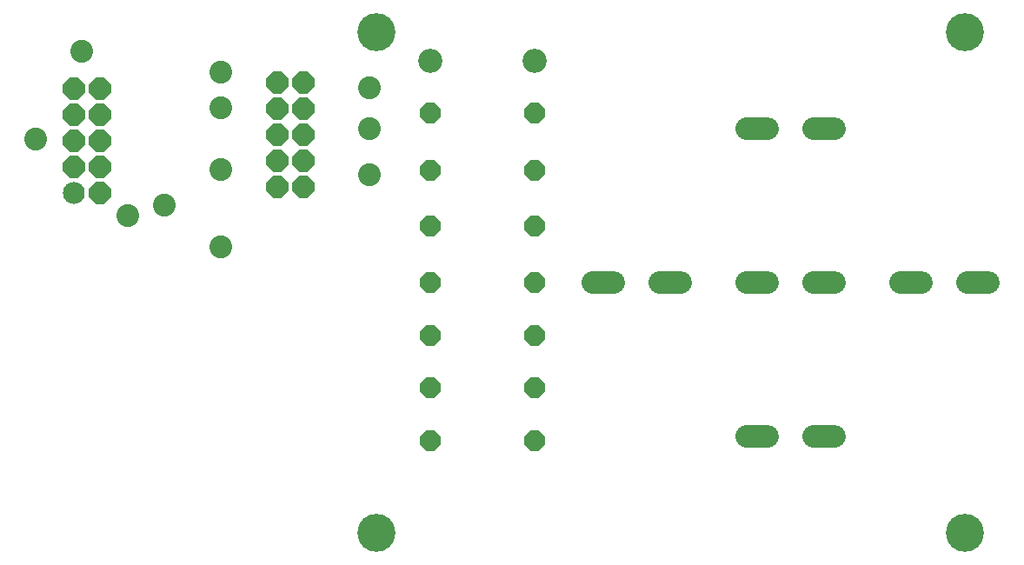
<source format=gbr>
G04 EAGLE Gerber RS-274X export*
G75*
%MOMM*%
%FSLAX34Y34*%
%LPD*%
%INSoldermask Bottom*%
%IPPOS*%
%AMOC8*
5,1,8,0,0,1.08239X$1,22.5*%
G01*
%ADD10C,3.703200*%
%ADD11C,2.235200*%
%ADD12P,2.155431X8X202.500000*%
%ADD13P,2.155431X8X22.500000*%
%ADD14C,2.336800*%
%ADD15P,2.309387X8X112.500000*%
%ADD16C,2.133600*%
%ADD17C,2.219200*%


D10*
X426500Y518500D03*
X426500Y31500D03*
X1000000Y31500D03*
X1000000Y518500D03*
D11*
X722672Y275000D02*
X702352Y275000D01*
X657648Y275000D02*
X637328Y275000D01*
X852352Y425000D02*
X872672Y425000D01*
X807648Y425000D02*
X787328Y425000D01*
X852352Y275000D02*
X872672Y275000D01*
X807648Y275000D02*
X787328Y275000D01*
X852352Y125000D02*
X872672Y125000D01*
X807648Y125000D02*
X787328Y125000D01*
X1002352Y275000D02*
X1022672Y275000D01*
X957648Y275000D02*
X937328Y275000D01*
D12*
X580800Y439900D03*
X479200Y439900D03*
D13*
X479200Y384100D03*
X580800Y384100D03*
D12*
X580800Y275000D03*
X479200Y275000D03*
X580800Y329900D03*
X479200Y329900D03*
X580800Y223200D03*
X479200Y223200D03*
X580800Y121200D03*
X479200Y121200D03*
X580800Y172400D03*
X479200Y172400D03*
D14*
X580800Y490600D03*
X479200Y490600D03*
D15*
X330200Y368300D03*
X355600Y368300D03*
X330200Y393700D03*
X355600Y393700D03*
X330200Y419100D03*
X355600Y419100D03*
X330200Y444500D03*
X355600Y444500D03*
X330200Y469900D03*
X355600Y469900D03*
D16*
X131800Y362200D03*
D15*
X157200Y362200D03*
X131800Y387600D03*
X157200Y387600D03*
X131800Y413000D03*
X157200Y413000D03*
X131800Y438400D03*
X157200Y438400D03*
X131800Y463800D03*
X157200Y463800D03*
D17*
X275000Y480000D03*
X220000Y350000D03*
X420000Y465000D03*
X185000Y340000D03*
X275000Y385000D03*
X275000Y445000D03*
X140000Y500000D03*
X420000Y380000D03*
X95000Y415000D03*
X275000Y310000D03*
X420000Y425000D03*
M02*

</source>
